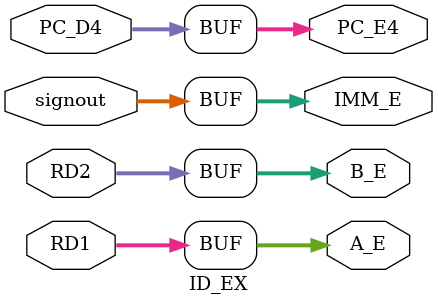
<source format=v>
module ID_EX(PC_D4, RD1, RD2, signout, PC_E4, A_E, B_E, IMM_E);

    input [31:0] PC_D4;
    input [31:0] RD1;
    input [31:0] RD2;
    input [31:0] signout;
    output reg [31:0] PC_E4;
    output reg [31:0] A_E;
    output reg [31:0] B_E;
    output reg [31:0] IMM_E;

    always @(*) begin
        PC_E4 <= PC_D4;
        A_E <= RD1;
        B_E <= RD2;
        IMM_E <= signout;
    end


endmodule
</source>
